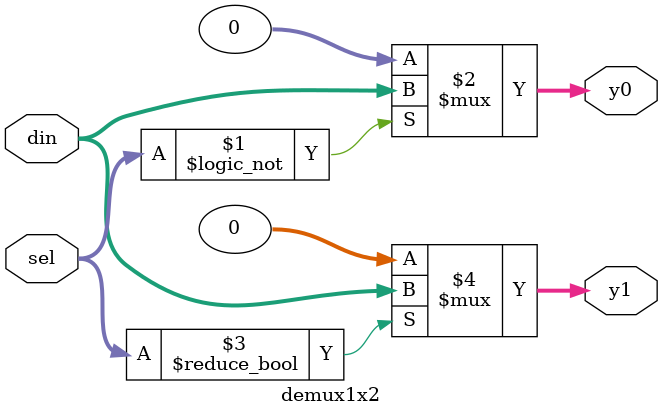
<source format=v>
module demux1x2 (
    input [31:0] din,
    input  [1:0] sel,
    output  [31:0] y0,
    output [31:0] y1
);

assign y0 = (sel == 2'b00) ? din : 32'b00000000000000000000000000000000;
assign y1 = (sel != 2'b00) ? din : 32'b00000000000000000000000000000000;

endmodule
</source>
